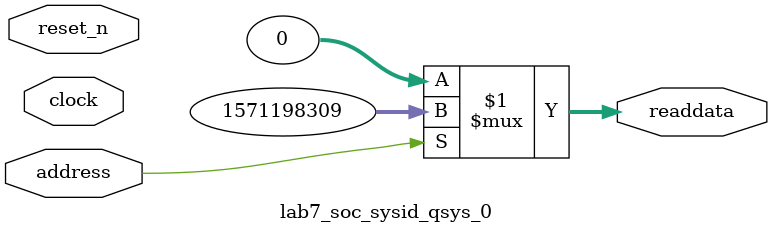
<source format=v>



// synthesis translate_off
`timescale 1ns / 1ps
// synthesis translate_on

// turn off superfluous verilog processor warnings 
// altera message_level Level1 
// altera message_off 10034 10035 10036 10037 10230 10240 10030 

module lab7_soc_sysid_qsys_0 (
               // inputs:
                address,
                clock,
                reset_n,

               // outputs:
                readdata
             )
;

  output  [ 31: 0] readdata;
  input            address;
  input            clock;
  input            reset_n;

  wire    [ 31: 0] readdata;
  //control_slave, which is an e_avalon_slave
  assign readdata = address ? 1571198309 : 0;

endmodule



</source>
